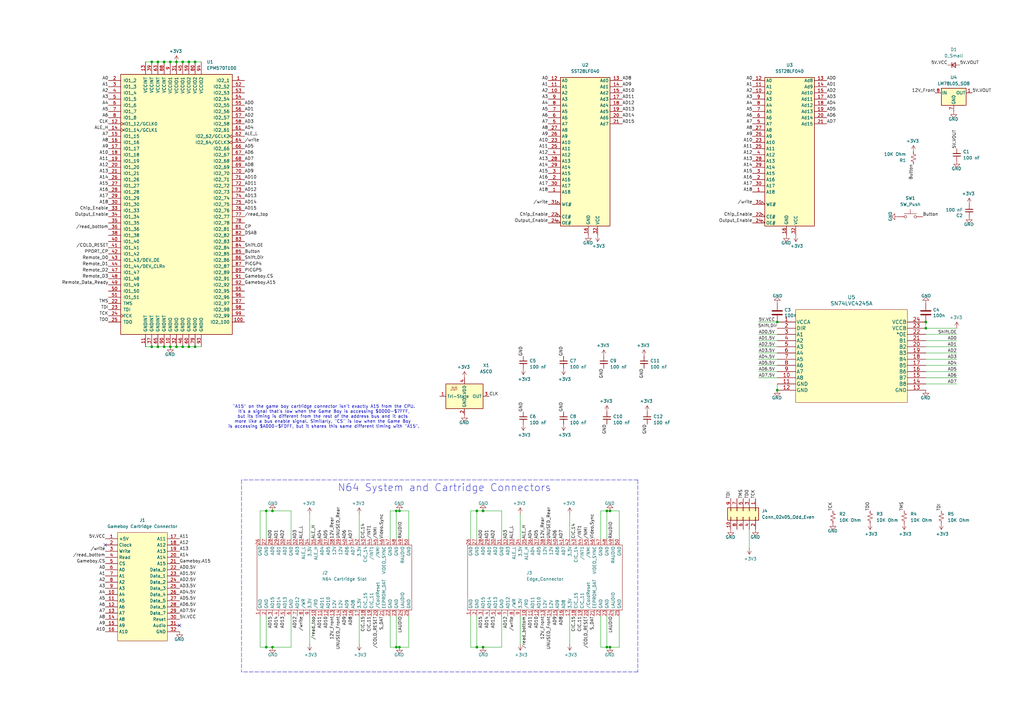
<source format=kicad_sch>
(kicad_sch (version 20231120) (generator "eeschema") (generator_version "8.0")
  (paper "A3")
  (lib_symbols
    (symbol "CPLD_Altera:EPM570T100" (pin_names (offset 1.016))
      (property "Reference" "U" (at 12.7 54.61 0))
      (property "Value" "EPM570T100" (at 12.7 -54.61 0))
      (symbol "EPM570T100_1_1"
        (pin bidirectional line (at 27.94 50.8 180) (length 5.08) (name "IO2_1") (number "1"))
        (pin power_in line (at -2.54 -58.42 90) (length 5.08) (name "GNDIO") (number "10"))
        (pin bidirectional line (at 27.94 -48.26 180) (length 5.08) (name "IO2_100") (number "100"))
        (pin power_in line (at -12.7 -58.42 90) (length 5.08) (name "GNDINT") (number "11"))
        (pin bidirectional clock (at -27.94 33.02 0) (length 5.08) (name "IO1_12/GCLK0") (number "12"))
        (pin power_in line (at -12.7 58.42 270) (length 5.08) (name "VCCINT") (number "13"))
        (pin bidirectional clock (at -27.94 30.48 0) (length 5.08) (name "IO1_14/GCLK1") (number "14"))
        (pin bidirectional line (at -27.94 27.94 0) (length 5.08) (name "IO1_15") (number "15"))
        (pin bidirectional line (at -27.94 25.4 0) (length 5.08) (name "IO1_16") (number "16"))
        (pin bidirectional line (at -27.94 22.86 0) (length 5.08) (name "IO1_17") (number "17"))
        (pin bidirectional line (at -27.94 20.32 0) (length 5.08) (name "IO1_18") (number "18"))
        (pin bidirectional line (at -27.94 17.78 0) (length 5.08) (name "IO1_19") (number "19"))
        (pin bidirectional line (at -27.94 50.8 0) (length 5.08) (name "IO1_2") (number "2"))
        (pin bidirectional line (at -27.94 15.24 0) (length 5.08) (name "IO1_20") (number "20"))
        (pin bidirectional line (at -27.94 12.7 0) (length 5.08) (name "IO1_21") (number "21"))
        (pin input line (at -27.94 -40.64 0) (length 5.08) (name "TMS") (number "22"))
        (pin input line (at -27.94 -43.18 0) (length 5.08) (name "TDI") (number "23"))
        (pin input clock (at -27.94 -45.72 0) (length 5.08) (name "TCK") (number "24"))
        (pin output line (at -27.94 -48.26 0) (length 5.08) (name "TDO") (number "25"))
        (pin bidirectional line (at -27.94 10.16 0) (length 5.08) (name "IO1_26") (number "26"))
        (pin bidirectional line (at -27.94 7.62 0) (length 5.08) (name "IO1_27") (number "27"))
        (pin bidirectional line (at -27.94 5.08 0) (length 5.08) (name "IO1_28") (number "28"))
        (pin bidirectional line (at -27.94 2.54 0) (length 5.08) (name "IO1_29") (number "29"))
        (pin bidirectional line (at -27.94 48.26 0) (length 5.08) (name "IO1_3") (number "3"))
        (pin bidirectional line (at -27.94 0 0) (length 5.08) (name "IO1_30") (number "30"))
        (pin power_in line (at 0 58.42 270) (length 5.08) (name "VCCIO1") (number "31"))
        (pin power_in line (at 0 -58.42 90) (length 5.08) (name "GNDIO") (number "32"))
        (pin bidirectional line (at -27.94 -2.54 0) (length 5.08) (name "IO1_33") (number "33"))
        (pin bidirectional line (at -27.94 -5.08 0) (length 5.08) (name "IO1_34") (number "34"))
        (pin bidirectional line (at -27.94 -7.62 0) (length 5.08) (name "IO1_35") (number "35"))
        (pin bidirectional line (at -27.94 -10.16 0) (length 5.08) (name "IO1_36") (number "36"))
        (pin power_in line (at -10.16 -58.42 90) (length 5.08) (name "GNDINT") (number "37"))
        (pin bidirectional line (at -27.94 -12.7 0) (length 5.08) (name "IO1_38") (number "38"))
        (pin power_in line (at -10.16 58.42 270) (length 5.08) (name "VCCINT") (number "39"))
        (pin bidirectional line (at -27.94 45.72 0) (length 5.08) (name "IO1_4") (number "4"))
        (pin bidirectional line (at -27.94 -15.24 0) (length 5.08) (name "IO1_40") (number "40"))
        (pin bidirectional line (at -27.94 -17.78 0) (length 5.08) (name "IO1_41") (number "41"))
        (pin bidirectional line (at -27.94 -20.32 0) (length 5.08) (name "IO1_42") (number "42"))
        (pin bidirectional line (at -27.94 -22.86 0) (length 5.08) (name "IO1_43/DEV_OE") (number "43"))
        (pin bidirectional line (at -27.94 -25.4 0) (length 5.08) (name "IO1_44/DEV_CLRn") (number "44"))
        (pin power_in line (at 2.54 58.42 270) (length 5.08) (name "VCCIO1") (number "45"))
        (pin power_in line (at 2.54 -58.42 90) (length 5.08) (name "GNDIO") (number "46"))
        (pin bidirectional line (at -27.94 -27.94 0) (length 5.08) (name "IO1_47") (number "47"))
        (pin bidirectional line (at -27.94 -30.48 0) (length 5.08) (name "IO1_48") (number "48"))
        (pin bidirectional line (at -27.94 -33.02 0) (length 5.08) (name "IO1_49") (number "49"))
        (pin bidirectional line (at -27.94 43.18 0) (length 5.08) (name "IO1_5") (number "5"))
        (pin bidirectional line (at -27.94 -35.56 0) (length 5.08) (name "IO1_50") (number "50"))
        (pin bidirectional line (at -27.94 -38.1 0) (length 5.08) (name "IO1_51") (number "51"))
        (pin bidirectional line (at 27.94 48.26 180) (length 5.08) (name "IO2_52") (number "52"))
        (pin bidirectional line (at 27.94 45.72 180) (length 5.08) (name "IO2_53") (number "53"))
        (pin bidirectional line (at 27.94 43.18 180) (length 5.08) (name "IO2_54") (number "54"))
        (pin bidirectional line (at 27.94 40.64 180) (length 5.08) (name "IO2_55") (number "55"))
        (pin bidirectional line (at 27.94 38.1 180) (length 5.08) (name "IO2_56") (number "56"))
        (pin bidirectional line (at 27.94 35.56 180) (length 5.08) (name "IO2_57") (number "57"))
        (pin bidirectional line (at 27.94 33.02 180) (length 5.08) (name "IO2_58") (number "58"))
        (pin power_in line (at 5.08 58.42 270) (length 5.08) (name "VCCIO2") (number "59"))
        (pin bidirectional line (at -27.94 40.64 0) (length 5.08) (name "IO1_6") (number "6"))
        (pin power_in line (at 5.08 -58.42 90) (length 5.08) (name "GNDIO") (number "60"))
        (pin bidirectional line (at 27.94 30.48 180) (length 5.08) (name "IO2_61") (number "61"))
        (pin bidirectional clock (at 27.94 27.94 180) (length 5.08) (name "IO2_62/GCLK2") (number "62"))
        (pin power_in line (at -7.62 58.42 270) (length 5.08) (name "VCCINT") (number "63"))
        (pin bidirectional clock (at 27.94 25.4 180) (length 5.08) (name "IO2_64/GCLK3") (number "64"))
        (pin power_in line (at -7.62 -58.42 90) (length 5.08) (name "GNDINT") (number "65"))
        (pin bidirectional line (at 27.94 22.86 180) (length 5.08) (name "IO2_66") (number "66"))
        (pin bidirectional line (at 27.94 20.32 180) (length 5.08) (name "IO2_67") (number "67"))
        (pin bidirectional line (at 27.94 17.78 180) (length 5.08) (name "IO2_68") (number "68"))
        (pin bidirectional line (at 27.94 15.24 180) (length 5.08) (name "IO2_69") (number "69"))
        (pin bidirectional line (at -27.94 38.1 0) (length 5.08) (name "IO1_7") (number "7"))
        (pin bidirectional line (at 27.94 12.7 180) (length 5.08) (name "IO2_70") (number "70"))
        (pin bidirectional line (at 27.94 10.16 180) (length 5.08) (name "IO2_71") (number "71"))
        (pin bidirectional line (at 27.94 7.62 180) (length 5.08) (name "IO2_72") (number "72"))
        (pin bidirectional line (at 27.94 5.08 180) (length 5.08) (name "IO2_73") (number "73"))
        (pin bidirectional line (at 27.94 2.54 180) (length 5.08) (name "IO2_74") (number "74"))
        (pin bidirectional line (at 27.94 0 180) (length 5.08) (name "IO2_75") (number "75"))
        (pin bidirectional line (at 27.94 -2.54 180) (length 5.08) (name "IO2_76") (number "76"))
        (pin bidirectional line (at 27.94 -5.08 180) (length 5.08) (name "IO2_77") (number "77"))
        (pin bidirectional line (at 27.94 -7.62 180) (length 5.08) (name "IO2_78") (number "78"))
        (pin power_in line (at 7.62 -58.42 90) (length 5.08) (name "GNDIO") (number "79"))
        (pin bidirectional line (at -27.94 35.56 0) (length 5.08) (name "IO1_8") (number "8"))
        (pin power_in line (at 7.62 58.42 270) (length 5.08) (name "VCCIO2") (number "80"))
        (pin bidirectional line (at 27.94 -10.16 180) (length 5.08) (name "IO2_81") (number "81"))
        (pin bidirectional line (at 27.94 -12.7 180) (length 5.08) (name "IO2_82") (number "82"))
        (pin bidirectional line (at 27.94 -15.24 180) (length 5.08) (name "IO2_83") (number "83"))
        (pin bidirectional line (at 27.94 -17.78 180) (length 5.08) (name "IO2_84") (number "84"))
        (pin bidirectional line (at 27.94 -20.32 180) (length 5.08) (name "IO2_85") (number "85"))
        (pin bidirectional line (at 27.94 -22.86 180) (length 5.08) (name "IO2_86") (number "86"))
        (pin bidirectional line (at 27.94 -25.4 180) (length 5.08) (name "IO2_87") (number "87"))
        (pin power_in line (at -5.08 58.42 270) (length 5.08) (name "VCCINT") (number "88"))
        (pin bidirectional line (at 27.94 -27.94 180) (length 5.08) (name "IO2_89") (number "89"))
        (pin power_in line (at -2.54 58.42 270) (length 5.08) (name "VCCIO1") (number "9"))
        (pin power_in line (at -5.08 -58.42 90) (length 5.08) (name "GNDINT") (number "90"))
        (pin bidirectional line (at 27.94 -30.48 180) (length 5.08) (name "IO2_91") (number "91"))
        (pin bidirectional line (at 27.94 -33.02 180) (length 5.08) (name "IO2_92") (number "92"))
        (pin power_in line (at 10.16 -58.42 90) (length 5.08) (name "GNDIO") (number "93"))
        (pin power_in line (at 10.16 58.42 270) (length 5.08) (name "VCCIO2") (number "94"))
        (pin bidirectional line (at 27.94 -35.56 180) (length 5.08) (name "IO2_95") (number "95"))
        (pin bidirectional line (at 27.94 -38.1 180) (length 5.08) (name "IO2_96") (number "96"))
        (pin bidirectional line (at 27.94 -40.64 180) (length 5.08) (name "IO2_97") (number "97"))
        (pin bidirectional line (at 27.94 -43.18 180) (length 5.08) (name "IO2_98") (number "98"))
        (pin bidirectional line (at 27.94 -45.72 180) (length 5.08) (name "IO2_99") (number "99"))
      )
    )
    (symbol "Connector_Generic:Conn_02x05_Odd_Even" (pin_names (offset 1.016) hide)
      (property "Reference" "J" (at 1.27 7.62 0))
      (property "Value" "Conn_02x05_Odd_Even" (at 1.27 -7.62 0))
      (symbol "Conn_02x05_Odd_Even_1_1"
        (pin passive line (at -5.08 5.08 0) (length 3.81) (name "Pin_1") (number "1"))
        (pin passive line (at 7.62 -5.08 180) (length 3.81) (name "Pin_10") (number "10"))
        (pin passive line (at 7.62 5.08 180) (length 3.81) (name "Pin_2") (number "2"))
        (pin passive line (at -5.08 2.54 0) (length 3.81) (name "Pin_3") (number "3"))
        (pin passive line (at 7.62 2.54 180) (length 3.81) (name "Pin_4") (number "4"))
        (pin passive line (at -5.08 0 0) (length 3.81) (name "Pin_5") (number "5"))
        (pin passive line (at 7.62 0 180) (length 3.81) (name "Pin_6") (number "6"))
        (pin passive line (at -5.08 -2.54 0) (length 3.81) (name "Pin_7") (number "7"))
        (pin passive line (at 7.62 -2.54 180) (length 3.81) (name "Pin_8") (number "8"))
        (pin passive line (at -5.08 -5.08 0) (length 3.81) (name "Pin_9") (number "9"))
      )
    )
    (symbol "Custom_Flash:SST28LF040"
      (property "Reference" "U1" (at 0 38.1 0))
      (property "Value" "SST28LF040" (at 0 35.56 0))
      (symbol "SST28LF040_1_1"
        (pin input line (at -15.24 -15.24 0) (length 5.08) (name "A18") (number "1"))
        (pin input line (at -15.24 25.4 0) (length 5.08) (name "A2") (number "10"))
        (pin input line (at -15.24 27.94 0) (length 5.08) (name "A1") (number "11"))
        (pin input line (at -15.24 30.48 0) (length 5.08) (name "A0") (number "12"))
        (pin tri_state line (at 15.24 30.48 180) (length 5.08) (name "Ad0") (number "13"))
        (pin tri_state line (at 15.24 27.94 180) (length 5.08) (name "Ad1") (number "14"))
        (pin tri_state line (at 15.24 25.4 180) (length 5.08) (name "Ad2") (number "15"))
        (pin power_in line (at 1.27 -33.02 90) (length 3.81) (name "GND") (number "16"))
        (pin tri_state line (at 15.24 22.86 180) (length 5.08) (name "Ad3") (number "17"))
        (pin tri_state line (at 15.24 20.32 180) (length 5.08) (name "Ad4") (number "18"))
        (pin tri_state line (at 15.24 17.78 180) (length 5.08) (name "Ad5") (number "19"))
        (pin input line (at -15.24 -10.16 0) (length 5.08) (name "A16") (number "2"))
        (pin tri_state line (at 15.24 15.24 180) (length 5.08) (name "Ad6") (number "20"))
        (pin tri_state line (at 15.24 12.7 180) (length 5.08) (name "Ad7") (number "21"))
        (pin input input_low (at -15.24 -25.4 0) (length 5.08) (name "CE#") (number "22"))
        (pin input line (at -15.24 5.08 0) (length 5.08) (name "A10") (number "23"))
        (pin input input_low (at -15.24 -27.94 0) (length 5.08) (name "OE#") (number "24"))
        (pin input line (at -15.24 2.54 0) (length 5.08) (name "A11") (number "25"))
        (pin input line (at -15.24 7.62 0) (length 5.08) (name "A9") (number "26"))
        (pin input line (at -15.24 10.16 0) (length 5.08) (name "A8") (number "27"))
        (pin input line (at -15.24 -2.54 0) (length 5.08) (name "A13") (number "28"))
        (pin input line (at -15.24 -5.08 0) (length 5.08) (name "A14") (number "29"))
        (pin input line (at -15.24 -7.62 0) (length 5.08) (name "A15") (number "3"))
        (pin input line (at -15.24 -12.7 0) (length 5.08) (name "A17") (number "30"))
        (pin input input_low (at -15.24 -20.32 0) (length 5.08) (name "WE#") (number "31"))
        (pin power_in line (at 5.08 -33.02 90) (length 3.81) (name "VCC") (number "32"))
        (pin input line (at -15.24 0 0) (length 5.08) (name "A12") (number "4"))
        (pin input line (at -15.24 12.7 0) (length 5.08) (name "A7") (number "5"))
        (pin input line (at -15.24 15.24 0) (length 5.08) (name "A6") (number "6"))
        (pin input line (at -15.24 17.78 0) (length 5.08) (name "A5") (number "7"))
        (pin input line (at -15.24 20.32 0) (length 5.08) (name "A4") (number "8"))
        (pin input line (at -15.24 22.86 0) (length 5.08) (name "A3") (number "9"))
      )
    )
    (symbol "Device:C" (pin_numbers hide) (pin_names (offset 0.254))
      (property "Reference" "C" (at 0.635 2.54 0))
      (property "Value" "C" (at 0.635 -2.54 0))
      (symbol "C_1_1"
        (pin passive line (at 0 3.81 270) (length 2.794) (name "~") (number "1"))
        (pin passive line (at 0 -3.81 90) (length 2.794) (name "~") (number "2"))
      )
    )
    (symbol "Device:C_Small" (pin_numbers hide) (pin_names (offset 0.254) hide)
      (property "Reference" "C" (at 0.254 1.778 0))
      (property "Value" "C_Small" (at 0.254 -2.032 0))
      (symbol "C_Small_1_1"
        (pin passive line (at 0 2.54 270) (length 2.032) (name "~") (number "1"))
        (pin passive line (at 0 -2.54 90) (length 2.032) (name "~") (number "2"))
      )
    )
    (symbol "Device:D_Small" (pin_numbers hide) (pin_names (offset 0.254) hide)
      (property "Reference" "D" (at -1.27 2.032 0))
      (property "Value" "D_Small" (at -3.81 -2.032 0))
      (symbol "D_Small_1_1"
        (pin passive line (at -2.54 0 0) (length 1.778) (name "K") (number "1"))
        (pin passive line (at 2.54 0 180) (length 1.778) (name "A") (number "2"))
      )
    )
    (symbol "Device:R_Small_US" (pin_numbers hide) (pin_names (offset 0.254) hide)
      (property "Reference" "R" (at 0.762 0.508 0))
      (property "Value" "R_Small_US" (at 0.762 -1.016 0))
      (symbol "R_Small_US_1_1"
        (pin passive line (at 0 2.54 270) (length 1.016) (name "~") (number "1"))
        (pin passive line (at 0 -2.54 90) (length 1.016) (name "~") (number "2"))
      )
    )
    (symbol "Gameboy:Game_Edge_Connector"
      (property "Reference" "J6" (at 0 15.24 0))
      (property "Value" "Game_Edge_Connector" (at 0 12.7 0))
      (symbol "Game_Edge_Connector_1_1"
        (pin power_in line (at -15.24 7.62 0) (length 5.08) (name "+5V") (number "1"))
        (pin bidirectional line (at -15.24 -15.24 0) (length 5.08) (name "A4") (number "10"))
        (pin bidirectional line (at -15.24 -17.78 0) (length 5.08) (name "A5") (number "11"))
        (pin bidirectional line (at -15.24 -20.32 0) (length 5.08) (name "A6") (number "12"))
        (pin bidirectional line (at -15.24 -22.86 0) (length 5.08) (name "A7") (number "13"))
        (pin bidirectional line (at -15.24 -25.4 0) (length 5.08) (name "A8") (number "14"))
        (pin bidirectional line (at -15.24 -27.94 0) (length 5.08) (name "A9") (number "15"))
        (pin bidirectional line (at -15.24 -30.48 0) (length 5.08) (name "A10") (number "16"))
        (pin bidirectional line (at 15.24 7.62 180) (length 5.08) (name "A11") (number "17"))
        (pin bidirectional line (at 15.24 5.08 180) (length 5.08) (name "A12") (number "18"))
        (pin bidirectional line (at 15.24 2.54 180) (length 5.08) (name "A13") (number "19"))
        (pin bidirectional line (at -15.24 5.08 0) (length 5.08) (name "Clock") (number "2"))
        (pin bidirectional line (at 15.24 0 180) (length 5.08) (name "A14") (number "20"))
        (pin bidirectional line (at 15.24 -2.54 180) (length 5.08) (name "A15") (number "21"))
        (pin bidirectional line (at 15.24 -5.08 180) (length 5.08) (name "Data_0") (number "22"))
        (pin bidirectional line (at 15.24 -7.62 180) (length 5.08) (name "Data_1") (number "23"))
        (pin bidirectional line (at 15.24 -10.16 180) (length 5.08) (name "Data_2") (number "24"))
        (pin bidirectional line (at 15.24 -12.7 180) (length 5.08) (name "Data_3") (number "25"))
        (pin bidirectional line (at 15.24 -15.24 180) (length 5.08) (name "Data_4") (number "26"))
        (pin bidirectional line (at 15.24 -17.78 180) (length 5.08) (name "Data_5") (number "27"))
        (pin bidirectional line (at 15.24 -20.32 180) (length 5.08) (name "Data_6") (number "28"))
        (pin bidirectional line (at 15.24 -22.86 180) (length 5.08) (name "Data_7") (number "29"))
        (pin bidirectional line (at -15.24 2.54 0) (length 5.08) (name "Write") (number "3"))
        (pin bidirectional line (at 15.24 -25.4 180) (length 5.08) (name "Reset") (number "30"))
        (pin bidirectional line (at 15.24 -27.94 180) (length 5.08) (name "Audio") (number "31"))
        (pin bidirectional line (at 15.24 -30.48 180) (length 5.08) (name "GND") (number "32"))
        (pin bidirectional line (at -15.24 0 0) (length 5.08) (name "Read") (number "4"))
        (pin bidirectional line (at -15.24 -2.54 0) (length 5.08) (name "CS") (number "5"))
        (pin bidirectional line (at -15.24 -5.08 0) (length 5.08) (name "A0") (number "6"))
        (pin bidirectional line (at -15.24 -7.62 0) (length 5.08) (name "A1") (number "7"))
        (pin bidirectional line (at -15.24 -10.16 0) (length 5.08) (name "A2") (number "8"))
        (pin bidirectional line (at -15.24 -12.7 0) (length 5.08) (name "A3") (number "9"))
      )
    )
    (symbol "N64:Edge_Connector"
      (property "Reference" "U" (at 0 2.54 0))
      (property "Value" "Edge_Connector" (at 0 0 0))
      (symbol "Edge_Connector_1_1"
        (pin power_out line (at -31.75 -15.24 90) (length 2.54) (name "GND") (number "1"))
        (pin output line (at -8.89 -15.24 90) (length 2.54) (name "/RD") (number "10"))
        (pin bidirectional line (at -6.35 -15.24 90) (length 2.54) (name "AD11") (number "11"))
        (pin bidirectional line (at -3.81 -15.24 90) (length 2.54) (name "AD10") (number "12"))
        (pin power_out line (at -1.27 -15.24 90) (length 2.54) (name "12V") (number "13"))
        (pin power_out line (at 1.27 -15.24 90) (length 2.54) (name "12V") (number "14"))
        (pin bidirectional line (at 3.81 -15.24 90) (length 2.54) (name "AD9") (number "15"))
        (pin bidirectional line (at 6.35 -15.24 90) (length 2.54) (name "AD8") (number "16"))
        (pin power_out line (at 8.89 -15.24 90) (length 2.54) (name "3.3V") (number "17"))
        (pin bidirectional line (at 11.43 -15.24 90) (length 2.54) (name "CIC_15") (number "18"))
        (pin bidirectional line (at 13.97 -15.24 90) (length 2.54) (name "CIC_11") (number "19"))
        (pin power_out line (at -29.21 -15.24 90) (length 2.54) (name "GND") (number "2"))
        (pin bidirectional line (at 16.51 -15.24 90) (length 2.54) (name "/ColdReset") (number "20"))
        (pin bidirectional line (at 19.05 -15.24 90) (length 2.54) (name "EEPROM_DAT") (number "21"))
        (pin power_out line (at 21.59 -15.24 90) (length 2.54) (name "GND") (number "22"))
        (pin power_out line (at 24.13 -15.24 90) (length 2.54) (name "GND") (number "23"))
        (pin bidirectional line (at 26.67 -15.24 90) (length 2.54) (name "LAUDIO") (number "24"))
        (pin power_out line (at 29.21 -15.24 90) (length 2.54) (name "GND") (number "25"))
        (pin power_out line (at -31.75 16.51 270) (length 2.54) (name "GND") (number "26"))
        (pin power_out line (at -29.21 16.51 270) (length 2.54) (name "GND") (number "27"))
        (pin bidirectional line (at -26.67 16.51 270) (length 2.54) (name "AD0") (number "28"))
        (pin bidirectional line (at -24.13 16.51 270) (length 2.54) (name "AD1") (number "29"))
        (pin bidirectional line (at -26.67 -15.24 90) (length 2.54) (name "AD15") (number "3"))
        (pin bidirectional line (at -21.59 16.51 270) (length 2.54) (name "AD2") (number "30"))
        (pin power_out line (at -19.05 16.51 270) (length 2.54) (name "GND") (number "31"))
        (pin bidirectional line (at -16.51 16.51 270) (length 2.54) (name "AD3") (number "32"))
        (pin output line (at -13.97 16.51 270) (length 2.54) (name "ALE_L") (number "33"))
        (pin power_out line (at -11.43 16.51 270) (length 2.54) (name "3.3V") (number "34"))
        (pin output line (at -8.89 16.51 270) (length 2.54) (name "ALE_H") (number "35"))
        (pin bidirectional line (at -6.35 16.51 270) (length 2.54) (name "AD4") (number "36"))
        (pin bidirectional line (at -3.81 16.51 270) (length 2.54) (name "AD5") (number "37"))
        (pin power_out line (at -1.27 16.51 270) (length 2.54) (name "12V") (number "38"))
        (pin power_out line (at 1.27 16.51 270) (length 2.54) (name "12V") (number "39"))
        (pin bidirectional line (at -24.13 -15.24 90) (length 2.54) (name "AD14") (number "4"))
        (pin bidirectional line (at 3.81 16.51 270) (length 2.54) (name "AD6") (number "40"))
        (pin bidirectional line (at 6.35 16.51 270) (length 2.54) (name "AD7") (number "41"))
        (pin bidirectional line (at 8.89 16.51 270) (length 2.54) (name "3.3V") (number "42"))
        (pin bidirectional line (at 11.43 16.51 270) (length 2.54) (name "CIC_14") (number "43"))
        (pin bidirectional line (at 13.97 16.51 270) (length 2.54) (name "/INT1") (number "44"))
        (pin bidirectional line (at 16.51 16.51 270) (length 2.54) (name "/NMI") (number "45"))
        (pin bidirectional line (at 19.05 16.51 270) (length 2.54) (name "VIDEO_SYNC") (number "46"))
        (pin power_out line (at 21.59 16.51 270) (length 2.54) (name "GND") (number "47"))
        (pin power_out line (at 24.13 16.51 270) (length 2.54) (name "GND") (number "48"))
        (pin bidirectional line (at 26.67 16.51 270) (length 2.54) (name "RAUDIO") (number "49"))
        (pin bidirectional line (at -21.59 -15.24 90) (length 2.54) (name "AD13") (number "5"))
        (pin power_out line (at 29.21 16.51 270) (length 2.54) (name "GND") (number "50"))
        (pin power_out line (at -19.05 -15.24 90) (length 2.54) (name "GND") (number "6"))
        (pin bidirectional line (at -16.51 -15.24 90) (length 2.54) (name "AD12") (number "7"))
        (pin output line (at -13.97 -15.24 90) (length 2.54) (name "/WR") (number "8"))
        (pin power_out line (at -11.43 -15.24 90) (length 2.54) (name "3.3V") (number "9"))
      )
    )
    (symbol "Oscillator:ASCO"
      (property "Reference" "X" (at -7.62 6.35 0))
      (property "Value" "ASCO" (at 1.27 -6.35 0))
      (symbol "ASCO_1_1"
        (pin input line (at -10.16 0 0) (length 2.54) (name "Tri-State") (number "1"))
        (pin power_in line (at 0 -7.62 90) (length 2.54) (name "GND") (number "2"))
        (pin output line (at 10.16 0 180) (length 2.54) (name "OUT") (number "3"))
        (pin power_in line (at 0 7.62 270) (length 2.54) (name "VDD") (number "4"))
      )
    )
    (symbol "Regulator_Linear:LM78L05_SO8" (pin_names (offset 0.254))
      (property "Reference" "U" (at -3.81 3.175 0))
      (property "Value" "LM78L05_SO8" (at 0 3.175 0))
      (symbol "LM78L05_SO8_1_1"
        (pin power_out line (at 7.62 0 180) (length 2.54) (name "OUT") (number "1"))
        (pin passive line (at 0 -7.62 90) (length 2.54) hide (name "GND") (number "2"))
        (pin passive line (at 0 -7.62 90) (length 2.54) hide (name "GND") (number "3"))
        (pin no_connect line (at -5.08 -2.54 0) (length 2.54) hide (name "NC") (number "4"))
        (pin no_connect line (at 5.08 -2.54 180) (length 2.54) hide (name "NC") (number "5"))
        (pin passive line (at 0 -7.62 90) (length 2.54) hide (name "GND") (number "6"))
        (pin power_in line (at 0 -7.62 90) (length 2.54) (name "GND") (number "7"))
        (pin power_in line (at -7.62 0 0) (length 2.54) (name "IN") (number "8"))
      )
    )
    (symbol "SST28LF040_1"
      (property "Reference" "U2" (at 0 38.1 0))
      (property "Value" "SST28LF040" (at 0 35.56 0))
      (symbol "SST28LF040_1_1_1"
        (pin input line (at -15.24 -15.24 0) (length 5.08) (name "A18") (number "1"))
        (pin input line (at -15.24 25.4 0) (length 5.08) (name "A2") (number "10"))
        (pin input line (at -15.24 27.94 0) (length 5.08) (name "A1") (number "11"))
        (pin input line (at -15.24 30.48 0) (length 5.08) (name "A0") (number "12"))
        (pin tri_state line (at 15.24 30.48 180) (length 5.08) (name "Ad8") (number "13"))
        (pin tri_state line (at 15.24 27.94 180) (length 5.08) (name "Ad9") (number "14"))
        (pin tri_state line (at 15.24 25.4 180) (length 5.08) (name "Ad10") (number "15"))
        (pin power_in line (at -1.27 -33.02 90) (length 3.81) (name "GND") (number "16"))
        (pin tri_state line (at 15.24 22.86 180) (length 5.08) (name "Ad11") (number "17"))
        (pin tri_state line (at 15.24 20.32 180) (length 5.08) (name "Ad12") (number "18"))
        (pin tri_state line (at 15.24 17.78 180) (length 5.08) (name "Ad13") (number "19"))
        (pin input line (at -15.24 -10.16 0) (length 5.08) (name "A16") (number "2"))
        (pin tri_state line (at 15.24 15.24 180) (length 5.08) (name "Ad14") (number "20"))
        (pin tri_state line (at 15.24 12.7 180) (length 5.08) (name "Ad15") (number "21"))
        (pin input input_low (at -15.24 -25.4 0) (length 5.08) (name "CE#") (number "22"))
        (pin input line (at -15.24 5.08 0) (length 5.08) (name "A10") (number "23"))
        (pin input input_low (at -15.24 -27.94 0) (length 5.08) (name "OE#") (number "24"))
        (pin input line (at -15.24 2.54 0) (length 5.08) (name "A11") (number "25"))
        (pin input line (at -15.24 7.62 0) (length 5.08) (name "A9") (number "26"))
        (pin input line (at -15.24 10.16 0) (length 5.08) (name "A8") (number "27"))
        (pin input line (at -15.24 -2.54 0) (length 5.08) (name "A13") (number "28"))
        (pin input line (at -15.24 -5.08 0) (length 5.08) (name "A14") (number "29"))
        (pin input line (at -15.24 -7.62 0) (length 5.08) (name "A15") (number "3"))
        (pin input line (at -15.24 -12.7 0) (length 5.08) (name "A17") (number "30"))
        (pin input input_low (at -15.24 -20.32 0) (length 5.08) (name "WE#") (number "31"))
        (pin power_in line (at 2.54 -33.02 90) (length 3.81) (name "VCC") (number "32"))
        (pin input line (at -15.24 0 0) (length 5.08) (name "A12") (number "4"))
        (pin input line (at -15.24 12.7 0) (length 5.08) (name "A7") (number "5"))
        (pin input line (at -15.24 15.24 0) (length 5.08) (name "A6") (number "6"))
        (pin input line (at -15.24 17.78 0) (length 5.08) (name "A5") (number "7"))
        (pin input line (at -15.24 20.32 0) (length 5.08) (name "A4") (number "8"))
        (pin input line (at -15.24 22.86 0) (length 5.08) (name "A3") (number "9"))
      )
    )
    (symbol "Sega Pro Altera:SN74LVC4245APWR_3" (pin_names (offset 0.254))
      (property "Reference" "U**" (at 30.48 10.16 0))
      (property "Value" "SN74LVC4245A" (at 30.48 7.62 0))
      (symbol "SN74LVC4245APWR_3_1_1"
        (pin power_in line (at 0 0 0) (length 7.62) (name "VCCA") (number "1"))
        (pin bidirectional line (at 0 -22.86 0) (length 7.62) (name "A8") (number "10"))
        (pin power_in line (at 0 -25.4 0) (length 7.62) (name "GND") (number "11"))
        (pin power_in line (at 0 -27.94 0) (length 7.62) (name "GND") (number "12"))
        (pin power_in line (at 60.96 -27.94 180) (length 7.62) (name "GND") (number "13"))
        (pin bidirectional line (at 60.96 -25.4 180) (length 7.62) (name "B8") (number "14"))
        (pin bidirectional line (at 60.96 -22.86 180) (length 7.62) (name "B7") (number "15"))
        (pin bidirectional line (at 60.96 -20.32 180) (length 7.62) (name "B6") (number "16"))
        (pin bidirectional line (at 60.96 -17.78 180) (length 7.62) (name "B5") (number "17"))
        (pin bidirectional line (at 60.96 -15.24 180) (length 7.62) (name "B4") (number "18"))
        (pin bidirectional line (at 60.96 -12.7 180) (length 7.62) (name "B3") (number "19"))
        (pin input line (at 0 -2.54 0) (length 7.62) (name "DIR") (number "2"))
        (pin bidirectional line (at 60.96 -10.16 180) (length 7.62) (name "B2") (number "20"))
        (pin bidirectional line (at 60.96 -7.62 180) (length 7.62) (name "B1") (number "21"))
        (pin input line (at 60.96 -5.08 180) (length 7.62) (name "*OE") (number "22"))
        (pin power_in line (at 60.96 -2.54 180) (length 7.62) (name "VCCB") (number "23"))
        (pin power_in line (at 60.96 0 180) (length 7.62) (name "VCCB") (number "24"))
        (pin bidirectional line (at 0 -5.08 0) (length 7.62) (name "A1") (number "3"))
        (pin bidirectional line (at 0 -7.62 0) (length 7.62) (name "A2") (number "4"))
        (pin bidirectional line (at 0 -10.16 0) (length 7.62) (name "A3") (number "5"))
        (pin bidirectional line (at 0 -12.7 0) (length 7.62) (name "A4") (number "6"))
        (pin bidirectional line (at 0 -15.24 0) (length 7.62) (name "A5") (number "7"))
        (pin bidirectional line (at 0 -17.78 0) (length 7.62) (name "A6") (number "8"))
        (pin bidirectional line (at 0 -20.32 0) (length 7.62) (name "A7") (number "9"))
      )
    )
    (symbol "Switch:SW_Push" (pin_numbers hide) (pin_names (offset 1.016) hide)
      (property "Reference" "SW" (at 1.27 2.54 0))
      (property "Value" "SW_Push" (at 0 -1.524 0))
      (symbol "SW_Push_0_1"
        (pin passive line (at -5.08 0 0) (length 2.54) (name "1") (number "1"))
        (pin passive line (at 5.08 0 180) (length 2.54) (name "2") (number "2"))
      )
    )
    (symbol "power:+3V3" (power) (pin_names (offset 0))
      (property "Value" "+3V3" (at 0 3.556 0))
      (symbol "+3V3_1_1"
        (pin power_in line (at 0 0 90) (length 0) hide (name "+3V3") (number "1"))
      )
    )
    (symbol "power:GND" (power) (pin_names (offset 0))
      (property "Value" "GND" (at 0 -3.81 0))
      (symbol "GND_1_1"
        (pin power_in line (at 0 0 270) (length 0) hide (name "GND") (number "1"))
      )
    )
  )
  (junction (at 111.76 209.55))
  (junction (at 67.31 142.24))
  (junction (at 163.83 265.43))
  (junction (at 198.12 265.43))
  (junction (at 72.39 142.24))
  (junction (at 162.56 209.55))
  (junction (at 74.93 25.4))
  (junction (at 162.56 265.43))
  (junction (at 74.93 142.24))
  (junction (at 379.73 132.08))
  (junction (at 62.23 25.4))
  (junction (at 111.76 265.43))
  (junction (at 77.47 25.4))
  (junction (at 109.22 265.43))
  (junction (at 72.39 25.4))
  (junction (at 80.01 142.24))
  (junction (at 64.77 25.4))
  (junction (at 163.83 209.55))
  (junction (at 67.31 25.4))
  (junction (at 77.47 142.24))
  (junction (at 318.77 160.02))
  (junction (at 64.77 142.24))
  (junction (at 318.77 132.08))
  (junction (at 69.85 25.4))
  (junction (at 109.22 209.55))
  (junction (at 195.58 209.55))
  (junction (at 62.23 142.24))
  (junction (at 250.19 265.43))
  (junction (at 248.92 209.55))
  (junction (at 195.58 265.43))
  (junction (at 69.85 142.24))
  (junction (at 80.01 25.4))
  (junction (at 198.12 209.55))
  (junction (at 248.92 265.43))
  (junction (at 379.73 134.62))
  (junction (at 250.19 209.55))
  (no_connect (at 73.66 256.54))
  (no_connect (at 43.18 223.52))
  (wire (pts (xy 250.19 209.55) (xy 254 209.55)))
  (wire (pts (xy 392.43 147.32) (xy 379.73 147.32)))
  (wire (pts (xy 392.43 149.86) (xy 379.73 149.86)))
  (wire (pts (xy 379.73 137.16) (xy 392.43 137.16)))
  (wire (pts (xy 311.15 149.86) (xy 318.77 149.86)))
  (wire (pts (xy 307.34 217.17) (xy 307.34 224.79)))
  (wire (pts (xy 62.23 142.24) (xy 64.77 142.24)))
  (wire (pts (xy 109.22 209.55) (xy 111.76 209.55)))
  (wire (pts (xy 72.39 142.24) (xy 74.93 142.24)))
  (wire (pts (xy 163.83 209.55) (xy 167.64 209.55)))
  (wire (pts (xy 106.68 209.55) (xy 109.22 209.55)))
  (wire (pts (xy 311.15 137.16) (xy 318.77 137.16)))
  (wire (pts (xy 193.04 265.43) (xy 195.58 265.43)))
  (polyline (pts (xy 261.62 196.85) (xy 261.62 275.59)) (stroke (width 0) (type dash)))
  (wire (pts (xy 246.38 265.43) (xy 248.92 265.43)))
  (wire (pts (xy 74.93 25.4) (xy 77.47 25.4)))
  (polyline (pts (xy 99.06 196.85) (xy 99.06 275.59)) (stroke (width 0) (type dash)))
  (wire (pts (xy 162.56 252.73) (xy 162.56 265.43)))
  (wire (pts (xy 193.04 265.43) (xy 193.04 252.73)))
  (wire (pts (xy 160.02 252.73) (xy 160.02 265.43)))
  (wire (pts (xy 246.38 220.98) (xy 246.38 209.55)))
  (wire (pts (xy 379.73 134.62) (xy 392.43 134.62)))
  (wire (pts (xy 72.39 25.4) (xy 74.93 25.4)))
  (wire (pts (xy 311.15 147.32) (xy 318.77 147.32)))
  (wire (pts (xy 246.38 252.73) (xy 246.38 265.43)))
  (wire (pts (xy 67.31 25.4) (xy 69.85 25.4)))
  (wire (pts (xy 106.68 265.43) (xy 109.22 265.43)))
  (wire (pts (xy 59.69 25.4) (xy 62.23 25.4)))
  (wire (pts (xy 250.19 265.43) (xy 254 265.43)))
  (polyline (pts (xy 261.62 196.85) (xy 99.06 196.85)) (stroke (width 0) (type dash)))
  (wire (pts (xy 392.43 139.7) (xy 379.73 139.7)))
  (wire (pts (xy 80.01 25.4) (xy 82.55 25.4)))
  (wire (pts (xy 109.22 252.73) (xy 109.22 265.43)))
  (wire (pts (xy 311.15 139.7) (xy 318.77 139.7)))
  (wire (pts (xy 248.92 265.43) (xy 250.19 265.43)))
  (wire (pts (xy 195.58 265.43) (xy 198.12 265.43)))
  (wire (pts (xy 311.15 142.24) (xy 318.77 142.24)))
  (wire (pts (xy 213.36 252.73) (xy 213.36 264.16)))
  (wire (pts (xy 193.04 209.55) (xy 195.58 209.55)))
  (wire (pts (xy 69.85 142.24) (xy 72.39 142.24)))
  (wire (pts (xy 195.58 252.73) (xy 195.58 265.43)))
  (wire (pts (xy 233.68 210.82) (xy 233.68 220.98)))
  (wire (pts (xy 248.92 252.73) (xy 248.92 265.43)))
  (wire (pts (xy 254 252.73) (xy 254 265.43)))
  (wire (pts (xy 254 220.98) (xy 254 209.55)))
  (wire (pts (xy 311.15 152.4) (xy 318.77 152.4)))
  (wire (pts (xy 392.43 157.48) (xy 379.73 157.48)))
  (wire (pts (xy 64.77 142.24) (xy 67.31 142.24)))
  (wire (pts (xy 74.93 142.24) (xy 77.47 142.24)))
  (wire (pts (xy 311.15 144.78) (xy 318.77 144.78)))
  (wire (pts (xy 392.43 142.24) (xy 379.73 142.24)))
  (wire (pts (xy 109.22 265.43) (xy 111.76 265.43)))
  (wire (pts (xy 311.15 154.94) (xy 318.77 154.94)))
  (wire (pts (xy 77.47 25.4) (xy 80.01 25.4)))
  (wire (pts (xy 160.02 220.98) (xy 160.02 209.55)))
  (wire (pts (xy 195.58 209.55) (xy 198.12 209.55)))
  (wire (pts (xy 167.64 220.98) (xy 167.64 209.55)))
  (wire (pts (xy 77.47 142.24) (xy 80.01 142.24)))
  (wire (pts (xy 106.68 265.43) (xy 106.68 252.73)))
  (wire (pts (xy 80.01 142.24) (xy 82.55 142.24)))
  (wire (pts (xy 248.92 209.55) (xy 250.19 209.55)))
  (wire (pts (xy 111.76 265.43) (xy 119.38 265.43)))
  (wire (pts (xy 160.02 209.55) (xy 162.56 209.55)))
  (wire (pts (xy 198.12 265.43) (xy 205.74 265.43)))
  (wire (pts (xy 195.58 209.55) (xy 195.58 220.98)))
  (polyline (pts (xy 261.62 275.59) (xy 99.06 275.59)) (stroke (width 0) (type dash)))
  (wire (pts (xy 147.32 210.82) (xy 147.32 220.98)))
  (wire (pts (xy 193.04 209.55) (xy 193.04 220.98)))
  (wire (pts (xy 392.43 154.94) (xy 379.73 154.94)))
  (wire (pts (xy 64.77 25.4) (xy 67.31 25.4)))
  (wire (pts (xy 248.92 220.98) (xy 248.92 209.55)))
  (wire (pts (xy 162.56 265.43) (xy 163.83 265.43)))
  (wire (pts (xy 106.68 209.55) (xy 106.68 220.98)))
  (wire (pts (xy 205.74 265.43) (xy 205.74 252.73)))
  (wire (pts (xy 233.68 252.73) (xy 233.68 264.16)))
  (wire (pts (xy 109.22 209.55) (xy 109.22 220.98)))
  (wire (pts (xy 162.56 209.55) (xy 163.83 209.55)))
  (wire (pts (xy 311.15 132.08) (xy 318.77 132.08)))
  (wire (pts (xy 111.76 209.55) (xy 119.38 209.55)))
  (wire (pts (xy 119.38 265.43) (xy 119.38 252.73)))
  (wire (pts (xy 127 220.98) (xy 127 210.82)))
  (wire (pts (xy 59.69 142.24) (xy 62.23 142.24)))
  (wire (pts (xy 318.77 157.48) (xy 318.77 160.02)))
  (wire (pts (xy 160.02 265.43) (xy 162.56 265.43)))
  (wire (pts (xy 392.43 144.78) (xy 379.73 144.78)))
  (wire (pts (xy 213.36 220.98) (xy 213.36 210.82)))
  (wire (pts (xy 119.38 209.55) (xy 119.38 220.98)))
  (wire (pts (xy 205.74 209.55) (xy 205.74 220.98)))
  (wire (pts (xy 162.56 220.98) (xy 162.56 209.55)))
  (wire (pts (xy 147.32 252.73) (xy 147.32 264.16)))
  (wire (pts (xy 163.83 265.43) (xy 167.64 265.43)))
  (wire (pts (xy 62.23 25.4) (xy 64.77 25.4)))
  (wire (pts (xy 67.31 142.24) (xy 69.85 142.24)))
  (wire (pts (xy 198.12 209.55) (xy 205.74 209.55)))
  (wire (pts (xy 379.73 132.08) (xy 379.73 134.62)))
  (wire (pts (xy 392.43 152.4) (xy 379.73 152.4)))
  (wire (pts (xy 246.38 209.55) (xy 248.92 209.55)))
  (wire (pts (xy 167.64 252.73) (xy 167.64 265.43)))
  (wire (pts (xy 69.85 25.4) (xy 72.39 25.4)))
  (wire (pts (xy 127 252.73) (xy 127 264.16)))
  (text "N64 System and Cartridge Connectors" (at 138.43 201.93 0) (effects (font (size 2.9972 2.9972)) (justify left bottom)))
  (text "\"A15\" on the game boy cartridge connector isn't exactly A15 from the CPU.\nIt's a signal that's low when the Game Boy is accessing $0000-$7FFF,\nbut its timing is different from the rest of the address bus and it acts \nmore like a bus enable signal. Similarly, \"CS\" is low when the Game Boy \nis accessing $A000-$FDFF, but it shares this same different timing with \"A15\".\n" (at 132.842 170.942 0) (effects (font (size 1.27 1.27))))
  (label "AD0.5V" (at 73.66 233.68 0))
  (label "TDI" (at 386.08 209.55 90))
  (label "A2" (at 308.61 38.1 180))
  (label "AD11" (at 218.44 252.73 270))
  (label "A1" (at 43.18 236.22 180))
  (label "UNUSED_Front" (at 139.7 252.73 270))
  (label "AD12" (at 121.92 252.73 270))
  (label "AD0" (at 100.33 43.18 0))
  (label "Output_Enable" (at 224.79 91.44 180))
  (label "A11" (at 44.45 66.04 180))
  (label "{slash}NMI" (at 154.94 220.98 90))
  (label "AD10" (at 100.33 73.66 0))
  (label "AD6" (at 392.43 154.94 180))
  (label "AD2" (at 116.84 220.98 90))
  (label "AD3.5V" (at 311.15 144.78 0))
  (label "RAUDIO" (at 251.46 220.98 90))
  (label "AD4.5V" (at 73.66 243.84 0))
  (label "AD13" (at 116.84 252.73 270))
  (label "AD9" (at 255.27 35.56 0))
  (label "ALE_L" (at 210.82 220.98 90))
  (label "CP" (at 100.33 93.98 0))
  (label "{slash}read_bottom" (at 44.45 93.98 180))
  (label "AD13" (at 203.2 252.73 270))
  (label "AD4" (at 100.33 53.34 0))
  (label "A3" (at 224.79 40.64 180))
  (label "ALE_H" (at 215.9 220.98 90))
  (label "5V.VCC" (at 73.66 254 0))
  (label "Gameboy.CS" (at 43.18 231.14 180))
  (label "AD6" (at 100.33 63.5 0))
  (label "TDI" (at 299.72 204.47 90))
  (label "AD4" (at 392.43 149.86 180))
  (label "Remote_D2" (at 44.45 111.76 180))
  (label "A15" (at 224.79 71.12 180))
  (label "UNUSED_Rear" (at 139.7 220.98 90))
  (label "AD12" (at 208.28 252.73 270))
  (label "AD6" (at 339.09 48.26 0))
  (label "A14" (at 73.66 228.6 0))
  (label "AD11" (at 100.33 76.2 0))
  (label "A1" (at 44.45 35.56 180))
  (label "A10" (at 224.79 58.42 180))
  (label "5V.VCC" (at 311.15 132.08 0))
  (label "A13" (at 73.66 226.06 0))
  (label "TMS" (at 304.8 204.47 90))
  (label "AD3" (at 100.33 50.8 0))
  (label "A13" (at 44.45 71.12 180))
  (label "AD13" (at 255.27 45.72 0))
  (label "AD0" (at 392.43 139.7 180))
  (label "ALE_H" (at 129.54 220.98 90))
  (label "AD14" (at 100.33 83.82 0))
  (label "{slash}NMI" (at 241.3 220.98 90))
  (label "Video.Sync" (at 157.48 220.98 90))
  (label "5V.VOUT" (at 393.7 26.67 0))
  (label "A2" (at 44.45 38.1 180))
  (label "AD8" (at 144.78 252.73 270))
  (label "A0" (at 43.18 233.68 180))
  (label "Output_Enable" (at 44.45 88.9 180))
  (label "{slash}COLD_RESET" (at 154.94 252.73 270))
  (label "Output_Enable" (at 308.61 91.44 180))
  (label "A5" (at 224.79 45.72 180))
  (label "A17" (at 44.45 81.28 180))
  (label "A7" (at 308.61 50.8 180))
  (label "5V.VOUT" (at 398.78 38.1 0))
  (label "Remote_Data_Ready" (at 44.45 116.84 180))
  (label "A14" (at 44.45 73.66 180))
  (label "A7" (at 43.18 251.46 180))
  (label "A12" (at 224.79 63.5 180))
  (label "DSAB" (at 100.33 96.52 0))
  (label "GND" (at 214.63 146.05 90))
  (label "S_DAT" (at 157.48 252.73 270))
  (label "A15" (at 44.45 76.2 180))
  (label "AD5" (at 134.62 220.98 90))
  (label "AD3" (at 339.09 40.64 0))
  (label "A0" (at 44.45 33.02 180))
  (label "Chip_Enable" (at 224.79 88.9 180))
  (label "TDO" (at 44.45 132.08 180))
  (label "12V_Rear" (at 137.16 220.98 90))
  (label "{slash}read_bottom" (at 43.18 228.6 180))
  (label "PICGP4" (at 100.33 109.22 0))
  (label "AD1" (at 100.33 45.72 0))
  (label "AD0" (at 339.09 33.02 0))
  (label "A18" (at 44.45 83.82 180))
  (label "AD4" (at 218.44 220.98 90))
  (label "A6" (at 43.18 248.92 180))
  (label "AD12" (at 100.33 78.74 0))
  (label "Shift.Dir" (at 318.77 134.62 180))
  (label "A18" (at 308.61 78.74 180))
  (label "A4" (at 43.18 243.84 180))
  (label "A8" (at 224.79 53.34 180))
  (label "{slash}write" (at 210.82 252.73 270))
  (label "CIC.15" (at 149.86 252.73 270))
  (label "A12" (at 44.45 68.58 180))
  (label "AD7.5V" (at 311.15 154.94 0))
  (label "AD5" (at 392.43 152.4 180))
  (label "A17" (at 224.79 76.2 180))
  (label "TCK" (at 44.45 129.54 180))
  (label "A4" (at 224.79 43.18 180))
  (label "AD5.5V" (at 311.15 149.86 0))
  (label "A5" (at 43.18 246.38 180))
  (label "AD1" (at 339.09 35.56 0))
  (label "12V_Front" (at 383.54 38.1 180))
  (label "{slash}INT1" (at 152.4 220.98 90))
  (label "Shift.OE" (at 100.33 101.6 0))
  (label "A11" (at 308.61 60.96 180))
  (label "A1" (at 224.79 35.56 180))
  (label "A14" (at 224.79 68.58 180))
  (label "AD10" (at 220.98 252.73 270))
  (label "12V_Front" (at 223.52 252.73 270))
  (label "AD5" (at 100.33 60.96 0))
  (label "AD2" (at 100.33 48.26 0))
  (label "AD7" (at 231.14 220.98 90))
  (label "Gameboy.A15" (at 73.66 231.14 0))
  (label "AD5" (at 339.09 45.72 0))
  (label "AD7" (at 100.33 66.04 0))
  (label "AD15" (at 111.76 252.73 270))
  (label "AD4.5V" (at 311.15 147.32 0))
  (label "UNUSED_Front" (at 226.06 252.73 270))
  (label "A0" (at 308.61 33.02 180))
  (label "AD2" (at 203.2 220.98 90))
  (label "Shift.Dir" (at 100.33 106.68 0))
  (label "A3" (at 44.45 40.64 180))
  (label "CIC.15" (at 236.22 252.73 270))
  (label "Remote_D3" (at 44.45 114.3 180))
  (label "AD15" (at 198.12 252.73 270))
  (label "CIC.14" (at 149.86 220.98 90))
  (label "{slash}write" (at 308.61 83.82 180))
  (label "ALE_L" (at 124.46 220.98 90))
  (label "AD5" (at 220.98 220.98 90))
  (label "AD10" (at 255.27 38.1 0))
  (label "Button" (at 100.33 104.14 0))
  (label "{slash}COLD_RESET" (at 241.3 252.73 270))
  (label "CIC.11" (at 152.4 252.73 270))
  (label "A3" (at 308.61 40.64 180))
  (label "AD0.5V" (at 311.15 137.16 0))
  (label "A6" (at 224.79 48.26 180))
  (label "A8" (at 308.61 53.34 180))
  (label "A9" (at 224.79 55.88 180))
  (label "12V_Rear" (at 223.52 220.98 90))
  (label "ALE_L" (at 100.33 55.88 0))
  (label "A7" (at 224.79 50.8 180))
  (label "AD0" (at 198.12 220.98 90))
  (label "{slash}write" (at 124.46 252.73 270))
  (label "AD8" (at 255.27 33.02 0))
  (label "A11" (at 73.66 220.98 0))
  (label "A16" (at 44.45 78.74 180))
  (label "A1" (at 308.61 35.56 180))
  (label "A5" (at 308.61 45.72 180))
  (label "CLK" (at 44.45 50.8 180))
  (label "TCK" (at 341.63 209.55 90))
  (label "AD7.5V" (at 73.66 251.46 0))
  (label "A2" (at 43.18 238.76 180))
  (label "A18" (at 224.79 78.74 180))
  (label "S_DAT" (at 243.84 252.73 270))
  (label "TMS" (at 370.84 209.55 90))
  (label "LAUDIO" (at 165.1 252.73 270))
  (label "{slash}read_bottom" (at 215.9 252.73 270))
  (label "LAUDIO" (at 251.46 252.73 270))
  (label "PICGP5" (at 100.33 111.76 0))
  (label "A16" (at 224.79 73.66 180))
  (label "Gameboy.CS" (at 100.33 114.3 0))
  (label "AD9" (at 100.33 71.12 0))
  (label "A9" (at 308.61 55.88 180))
  (label "A8" (at 44.45 58.42 180))
  (label "AD15" (at 255.27 50.8 0))
  (label "{slash}write" (at 224.79 83.82 180))
  (label "AD9" (at 142.24 252.73 270))
  (label "UNUSED_Rear" (at 226.06 220.98 90))
  (label "Gameboy.A15" (at 100.33 116.84 0))
  (label "AD14" (at 255.27 48.26 0))
  (label "AD1" (at 392.43 142.24 180))
  (label "A11" (at 224.79 60.96 180))
  (label "AD7" (at 392.43 157.48 180))
  (label "{slash}INT1" (at 238.76 220.98 90))
  (label "AD15" (at 100.33 86.36 0))
  (label "AD10" (at 134.62 252.73 270))
  (label "AD6" (at 228.6 220.98 90))
  (label "AD12" (at 255.27 43.18 0))
  (label "TDO" (at 356.87 209.55 90))
  (label "AD11" (at 132.08 252.73 270))
  (label "Remote_D1" (at 44.45 109.22 180))
  (label "GND" (at 264.16 151.13 270))
  (label "A9" (at 44.45 60.96 180))
  (label "AD6.5V" (at 311.15 152.4 0))
  (label "A6" (at 44.45 48.26 180))
  (label "ALE_H" (at 44.45 53.34 180))
  (label "AD3" (at 208.28 220.98 90))
  (label "AD4" (at 339.09 43.18 0))
  (label "GND" (at 248.92 173.99 270))
  (label "A12" (at 73.66 223.52 0))
  (label "A0" (at 224.79 33.02 180))
  (label "Chip_Enable" (at 44.45 86.36 180))
  (label "A7" (at 44.45 55.88 180))
  (label "{slash}write" (at 43.18 226.06 180))
  (label "{slash}write" (at 100.33 58.42 0))
  (label "AD13" (at 100.33 81.28 0))
  (label "GND" (at 265.43 173.99 270))
  (label "AD2.5V" (at 73.66 238.76 0))
  (label "AD6.5V" (at 73.66 248.92 0))
  (label "A13" (at 308.61 66.04 180))
  (label "AD6" (at 142.24 220.98 90))
  (label "A2" (at 224.79 38.1 180))
  (label "PPORT_CP" (at 44.45 104.14 180))
  (label "5V.VCC" (at 388.62 26.67 180))
  (label "A14" (at 308.61 68.58 180))
  (label "Video.Sync" (at 243.84 220.98 90))
  (label "AD1.5V" (at 73.66 236.22 0))
  (label "{slash}read_top" (at 100.33 88.9 0))
  (label "AD2" (at 339.09 38.1 0))
  (label "A13" (at 224.79 66.04 180))
  (label "A9" (at 43.18 256.54 180))
  (label "CLK" (at 200.66 162.56 0))
  (label "AD8" (at 100.33 68.58 0))
  (label "A10" (at 308.61 58.42 180))
  (label "A17" (at 308.61 76.2 180))
  (label "A4" (at 308.61 43.18 180))
  (label "RAUDIO" (at 165.1 220.98 90))
  (label "A10" (at 43.18 259.08 180))
  (label "5V.VCC" (at 43.18 220.98 180))
  (label "CIC.11" (at 238.76 252.73 270))
  (label "A3" (at 43.18 241.3 180))
  (label "GND" (at 231.14 168.91 90))
  (label "AD3" (at 392.43 147.32 180))
  (label "Shift.OE" (at 392.43 137.16 180))
  (label "A15" (at 308.61 71.12 180))
  (label "A6" (at 308.61 48.26 180))
  (label "TDI" (at 44.45 127 180))
  (label "Chip_Enable" (at 308.61 88.9 180))
  (label "Button" (at 378.46 88.9 0))
  (label "AD0" (at 111.76 220.98 90))
  (label "AD14" (at 114.3 252.73 270))
  (label "AD1.5V" (at 311.15 139.7 0))
  (label "GND" (at 231.14 146.05 90))
  (label "{slash}read_top" (at 129.54 252.73 270))
  (label "AD5.5V" (at 73.66 246.38 0))
  (label "{slash}COLD_RESET" (at 44.45 101.6 180))
  (label "A10" (at 44.45 63.5 180))
  (label "A5" (at 44.45 45.72 180))
  (label "A4" (at 44.45 43.18 180))
  (label "A12" (at 308.61 63.5 180))
  (label "CIC.14" (at 236.22 220.98 90))
  (label "AD3.5V" (at 73.66 241.3 0))
  (label "AD2" (at 392.43 144.78 180))
  (label "GND" (at 247.65 151.13 270))
  (label "AD7" (at 339.09 50.8 0))
  (label "AD11" (at 255.27 40.64 0))
  (label "A16" (at 308.61 73.66 180))
  (label "12V_Front" (at 137.16 252.73 270))
  (label "Remote_D0" (at 44.45 106.68 180))
  (label "AD1" (at 114.3 220.98 90))
  (label "AD14" (at 200.66 252.73 270))
  (label "AD1" (at 200.66 220.98 90))
  (label "AD4" (at 132.08 220.98 90))
  (label "GND" (at 214.63 168.91 90))
  (label "5V.VOUT" (at 392.43 60.96 90))
  (label "AD9" (at 228.6 252.73 270))
  (label "AD3" (at 121.92 220.98 90))
  (label "TDO" (at 307.34 204.47 90))
  (label "AD7" (at 144.78 220.98 90))
  (label "TMS" (at 44.45 124.46 180))
  (label "AD8" (at 231.14 252.73 270))
  (label "AD2.5V" (at 311.15 142.24 0))
  (label "Button" (at 374.65 67.31 270))
  (label "TCK" (at 309.88 204.47 90))
  (label "A8" (at 43.18 254 180))
  (symbol (lib_id "power:GND") (at 299.72 217.17 0) (mirror y) (unit 1)
    (property "Reference" "#PWR052" (effects (hide yes)))
    (property "Value" "GND" (at 299.593 220.2942 0))
  )
  (symbol (lib_id "CPLD_Altera:EPM570T100") (at 72.39 83.82 0) (unit 1)
    (property "Reference" "U1" (at 84.7441 25.4 0) (effects (justify left)))
    (property "Value" "EPM570T100" (at 84.7441 27.94 0) (effects (justify left)))
    (property "Footprint" "Package_QFP:LQFP-100_14x14mm_P0.5mm" (effects (hide yes)))
    (property "Datasheet" "https://www.altera.com/content/dam/altera-www/global/en_US/pdfs/literature/hb/max2/max2_mii5v1.pdf" (effects (hide yes)))
    (property "Description" "Altera MAX2 CPLD with 570 LE" (effects (hide yes)))
  )
  (symbol (lib_id "power:+3V3") (at 127 264.16 0) (mirror x) (unit 1)
    (property "Reference" "#PWR010" (effects (hide yes)))
    (property "Value" "+3V3" (at 127.381 268.5542 0))
  )
  (symbol (lib_id "power:+3V3") (at 264.16 146.05 0) (mirror y) (unit 1)
    (property "Reference" "#PWR039" (effects (hide yes)))
    (property "Value" "+3V3" (at 263.779 141.6558 0))
  )
  (symbol (lib_id "power:GND") (at 69.85 142.24 0) (mirror y) (unit 1)
    (property "Reference" "#PWR06" (effects (hide yes)))
    (property "Value" "GND" (at 69.723 145.3642 0))
  )
  (symbol (lib_id "power:+3V3") (at 147.32 264.16 0) (mirror x) (unit 1)
    (property "Reference" "#PWR014" (effects (hide yes)))
    (property "Value" "+3V3" (at 147.701 268.5542 0))
  )
  (symbol (lib_id "Device:D_Small") (at 391.16 26.67 0) (unit 1)
    (property "Reference" "D1" (at 391.16 20.32 0))
    (property "Value" "D_Small" (at 391.16 22.86 0))
    (property "Footprint" "REF1256:Diode" (effects (hide yes)))
    (property "Description" "Diode, small symbol" (effects (hide yes)))
    (property "Sim.Device" "D" (effects (hide yes)))
    (property "Sim.Pins" "1=K 2=A" (effects (hide yes)))
  )
  (symbol (lib_id "Switch:SW_Push") (at 373.38 88.9 0) (unit 1)
    (property "Reference" "SW1" (at 373.38 81.28 0))
    (property "Value" "SW_Push" (at 373.38 83.82 0))
    (property "Footprint" "REF1256:6mm Push Button" (effects (hide yes)))
  )
  (symbol (lib_id "Device:C") (at 379.73 128.27 0) (unit 1)
    (property "Reference" "C4" (at 382.651 127.1016 0) (effects (justify left)))
    (property "Value" "100n" (at 382.651 129.413 0) (effects (justify left)))
    (property "Footprint" "Capacitor_SMD:C_0603_1608Metric" (effects (hide yes)))
    (property "LCSC" "C1525" (effects (hide yes)))
  )
  (symbol (lib_id "power:+3V3") (at 247.65 146.05 0) (mirror y) (unit 1)
    (property "Reference" "#PWR038" (effects (hide yes)))
    (property "Value" "+3V3" (at 247.269 141.6558 0))
  )
  (symbol (lib_name "SST28LF040_1") (lib_id "Custom_Flash:SST28LF040") (at 323.85 63.5 0) (unit 1)
    (property "Reference" "U3" (at 323.85 26.67 0))
    (property "Value" "SST28LF040" (at 323.85 29.21 0))
    (property "Footprint" "REF1256:PLCC32" (effects (hide yes)))
  )
  (symbol (lib_id "Device:C_Small") (at 264.16 148.59 0) (unit 1)
    (property "Reference" "C11" (at 266.7 147.9613 0) (effects (justify left)))
    (property "Value" "100 nF" (at 266.7 150.5013 0) (effects (justify left)))
    (property "Footprint" "Capacitor_SMD:C_0603_1608Metric" (effects (hide yes)))
  )
  (symbol (lib_id "power:GND") (at 250.19 265.43 0) (mirror y) (unit 1)
    (property "Reference" "#PWR026" (effects (hide yes)))
    (property "Value" "GND" (at 250.063 268.5542 0))
  )
  (symbol (lib_id "power:GND") (at 309.88 217.17 0) (mirror y) (unit 1)
    (property "Reference" "#PWR051" (effects (hide yes)))
    (property "Value" "GND" (at 309.753 220.2942 0))
  )
  (symbol (lib_id "power:+3V3") (at 233.68 210.82 0) (mirror y) (unit 1)
    (property "Reference" "#PWR023" (effects (hide yes)))
    (property "Value" "+3V3" (at 233.299 206.4258 0))
  )
  (symbol (lib_id "power:GND") (at 163.83 209.55 180) (unit 1)
    (property "Reference" "#PWR015" (effects (hide yes)))
    (property "Value" "GND" (at 163.703 206.4258 0))
  )
  (symbol (lib_id "power:+3V3") (at 147.32 210.82 0) (mirror y) (unit 1)
    (property "Reference" "#PWR013" (effects (hide yes)))
    (property "Value" "+3V3" (at 146.939 206.4258 0))
  )
  (symbol (lib_id "Device:C_Small") (at 214.63 171.45 0) (unit 1)
    (property "Reference" "C6" (at 217.17 170.8213 0) (effects (justify left)))
    (property "Value" "100 nF" (at 217.17 173.3613 0) (effects (justify left)))
    (property "Footprint" "Capacitor_SMD:C_0603_1608Metric" (effects (hide yes)))
  )
  (symbol (lib_id "power:+3V3") (at 248.92 168.91 0) (mirror y) (unit 1)
    (property "Reference" "#PWR041" (effects (hide yes)))
    (property "Value" "+3V3" (at 248.539 164.5158 0))
  )
  (symbol (lib_id "power:+3V3") (at 370.84 214.63 0) (mirror x) (unit 1)
    (property "Reference" "#PWR047" (effects (hide yes)))
    (property "Value" "+3V3" (at 371.221 219.0242 0))
  )
  (symbol (lib_id "power:+3V3") (at 190.5 154.94 0) (mirror y) (unit 1)
    (property "Reference" "#PWR04" (effects (hide yes)))
    (property "Value" "+3V3" (at 190.119 150.5458 0))
  )
  (symbol (lib_id "power:GND") (at 392.43 66.04 0) (mirror y) (unit 1)
    (property "Reference" "#PWR028" (effects (hide yes)))
    (property "Value" "GND" (at 392.303 69.1642 0))
  )
  (symbol (lib_id "Device:C_Small") (at 392.43 63.5 180) (unit 1)
    (property "Reference" "C1" (at 394.97 62.2235 0) (effects (justify right)))
    (property "Value" "100 nF" (at 394.97 64.7635 0) (effects (justify right)))
    (property "Footprint" "Capacitor_SMD:C_0603_1608Metric" (effects (hide yes)))
    (property "Description" "Unpolarized capacitor, small symbol" (effects (hide yes)))
  )
  (symbol (lib_id "power:GND") (at 241.3 96.52 0) (mirror y) (unit 1)
    (property "Reference" "#PWR011" (effects (hide yes)))
    (property "Value" "GND" (at 241.173 99.6442 0))
  )
  (symbol (lib_id "power:+3V3") (at 326.39 96.52 0) (mirror x) (unit 1)
    (property "Reference" "#PWR022" (effects (hide yes)))
    (property "Value" "+3V3" (at 326.771 100.9142 0))
  )
  (symbol (lib_id "power:GND") (at 379.73 160.02 0) (mirror y) (unit 1)
    (property "Reference" "#PWR035" (effects (hide yes)))
    (property "Value" "GND" (at 379.603 163.1442 0))
  )
  (symbol (lib_id "power:+3V3") (at 307.34 224.79 0) (mirror x) (unit 1)
    (property "Reference" "#PWR046" (effects (hide yes)))
    (property "Value" "+3V3" (at 307.721 229.1842 0))
  )
  (symbol (lib_id "power:GND") (at 111.76 265.43 0) (unit 1)
    (property "Reference" "#PWR08" (effects (hide yes)))
    (property "Value" "GND" (at 111.887 268.5542 0))
  )
  (symbol (lib_id "Device:C_Small") (at 231.14 171.45 0) (unit 1)
    (property "Reference" "C8" (at 233.68 170.8213 0) (effects (justify left)))
    (property "Value" "100 nF" (at 233.68 173.3613 0) (effects (justify left)))
    (property "Footprint" "Capacitor_SMD:C_0603_1608Metric" (effects (hide yes)))
  )
  (symbol (lib_id "power:+3V3") (at 392.43 134.62 0) (mirror y) (unit 1)
    (property "Reference" "#PWR033" (effects (hide yes)))
    (property "Value" "+3V3" (at 392.049 130.2258 0))
  )
  (symbol (lib_id "Device:R_Small_US") (at 386.08 212.09 0) (unit 1)
    (property "Reference" "R5" (at 388.62 210.8199 0) (effects (justify left)))
    (property "Value" "10K Ohm" (at 388.62 213.3599 0) (effects (justify left)))
    (property "Footprint" "Resistor_SMD:R_0603_1608Metric" (effects (hide yes)))
  )
  (symbol (lib_id "power:+3V3") (at 386.08 214.63 0) (mirror x) (unit 1)
    (property "Reference" "#PWR049" (effects (hide yes)))
    (property "Value" "+3V3" (at 386.461 219.0242 0))
  )
  (symbol (lib_id "power:GND") (at 318.77 160.02 0) (mirror y) (unit 1)
    (property "Reference" "#PWR036" (effects (hide yes)))
    (property "Value" "GND" (at 318.643 163.1442 0))
  )
  (symbol (lib_id "power:GND") (at 379.73 124.46 0) (mirror x) (unit 1)
    (property "Reference" "#PWR034" (effects (hide yes)))
    (property "Value" "GND" (at 379.857 121.3358 0))
  )
  (symbol (lib_id "power:GND") (at 73.66 259.08 0) (mirror y) (unit 1)
    (property "Reference" "#PWR03" (effects (hide yes)))
    (property "Value" "GND" (at 73.533 262.2042 0))
  )
  (symbol (lib_id "power:+3V3") (at 231.14 173.99 0) (mirror x) (unit 1)
    (property "Reference" "#PWR043" (effects (hide yes)))
    (property "Value" "+3V3" (at 231.521 178.3842 0))
  )
  (symbol (lib_id "power:+3V3") (at 213.36 264.16 0) (mirror x) (unit 1)
    (property "Reference" "#PWR020" (effects (hide yes)))
    (property "Value" "+3V3" (at 213.741 268.5542 0))
  )
  (symbol (lib_id "Sega Pro Altera:SN74LVC4245APWR_3") (at 318.77 132.08 0) (unit 1)
    (property "Reference" "U5" (at 349.25 121.92 0) (effects (font (size 1.524 1.524))))
    (property "Value" "SN74LVC4245A" (at 349.25 124.46 0) (effects (font (size 1.524 1.524))))
    (property "Footprint" "REF1256:SN74LVC4245A" (effects (hide yes)))
    (property "LCSC" "C7859" (effects (hide yes)))
  )
  (symbol (lib_id "power:GND") (at 250.19 209.55 180) (unit 1)
    (property "Reference" "#PWR025" (effects (hide yes)))
    (property "Value" "GND" (at 250.063 206.4258 0))
  )
  (symbol (lib_id "power:+3V3") (at 397.51 83.82 0) (mirror y) (unit 1)
    (property "Reference" "#PWR029" (effects (hide yes)))
    (property "Value" "+3V3" (at 397.129 79.4258 0))
  )
  (symbol (lib_id "Device:R_Small_US") (at 370.84 212.09 0) (unit 1)
    (property "Reference" "R4" (at 373.38 210.8199 0) (effects (justify left)))
    (property "Value" "10K Ohm" (at 373.38 213.3599 0) (effects (justify left)))
    (property "Footprint" "Resistor_SMD:R_0603_1608Metric" (effects (hide yes)))
  )
  (symbol (lib_id "power:GND") (at 397.51 88.9 0) (mirror y) (unit 1)
    (property "Reference" "#PWR030" (effects (hide yes)))
    (property "Value" "GND" (at 397.383 92.0242 0))
  )
  (symbol (lib_id "power:GND") (at 322.58 96.52 0) (mirror y) (unit 1)
    (property "Reference" "#PWR021" (effects (hide yes)))
    (property "Value" "GND" (at 322.453 99.6442 0))
  )
  (symbol (lib_id "power:+3V3") (at 214.63 151.13 0) (mirror x) (unit 1)
    (property "Reference" "#PWR045" (effects (hide yes)))
    (property "Value" "+3V3" (at 215.011 155.5242 0))
  )
  (symbol (lib_id "N64:Edge_Connector") (at 138.43 237.49 0) (unit 1)
    (property "Reference" "J2" (at 132.08 234.95 0) (effects (justify left)))
    (property "Value" "N64 Cartridge Slot" (at 132.08 237.49 0) (effects (justify left)))
    (property "Footprint" "REF1256:Cartridge Slot" (effects (hide yes)))
  )
  (symbol (lib_id "power:GND") (at 163.83 265.43 0) (mirror y) (unit 1)
    (property "Reference" "#PWR016" (effects (hide yes)))
    (property "Value" "GND" (at 163.703 268.5542 0))
  )
  (symbol (lib_id "Device:R_Small_US") (at 341.63 212.09 0) (unit 1)
    (property "Reference" "R2" (at 344.17 210.8199 0) (effects (justify left)))
    (property "Value" "10K Ohm" (at 344.17 213.3599 0) (effects (justify left)))
    (property "Footprint" "Resistor_SMD:R_0603_1608Metric" (effects (hide yes)))
  )
  (symbol (lib_id "Device:C_Small") (at 397.51 86.36 0) (unit 1)
    (property "Reference" "C2" (at 392.176 88.392 0) (effects (justify left)))
    (property "Value" "100 nF" (at 387.858 86.106 0) (effects (justify left)))
    (property "Footprint" "Capacitor_SMD:C_0603_1608Metric" (effects (hide yes)))
    (property "Description" "Unpolarized capacitor, small symbol" (effects (hide yes)))
  )
  (symbol (lib_id "power:+3V3") (at 72.39 25.4 0) (mirror y) (unit 1)
    (property "Reference" "#PWR01" (effects (hide yes)))
    (property "Value" "+3V3" (at 72.009 21.0058 0))
  )
  (symbol (lib_id "power:GND") (at 190.5 170.18 0) (mirror y) (unit 1)
    (property "Reference" "#PWR05" (effects (hide yes)))
    (property "Value" "GND" (at 190.373 173.3042 0))
  )
  (symbol (lib_id "Connector_Generic:Conn_02x05_Odd_Even") (at 304.8 209.55 270) (unit 1)
    (property "Reference" "J4" (at 312.42 209.5499 90) (effects (justify left)))
    (property "Value" "Conn_02x05_Odd_Even" (at 312.42 212.0899 90) (effects (justify left)))
    (property "Footprint" "Connector_IDC:IDC-Header_2x05_P2.54mm_Vertical" (effects (hide yes)))
  )
  (symbol (lib_id "Custom_Flash:SST28LF040") (at 240.03 63.5 0) (unit 1)
    (property "Reference" "U2" (at 240.03 26.67 0))
    (property "Value" "SST28LF040" (at 240.03 29.21 0))
    (property "Footprint" "REF1256:PLCC32" (effects (hide yes)))
  )
  (symbol (lib_id "power:GND") (at 391.16 45.72 0) (mirror y) (unit 1)
    (property "Reference" "#PWR027" (effects (hide yes)))
    (property "Value" "GND" (at 391.033 48.8442 0))
  )
  (symbol (lib_id "power:+3V3") (at 265.43 168.91 0) (mirror y) (unit 1)
    (property "Reference" "#PWR040" (effects (hide yes)))
    (property "Value" "+3V3" (at 265.049 164.5158 0))
  )
  (symbol (lib_id "Device:C_Small") (at 214.63 148.59 0) (unit 1)
    (property "Reference" "C5" (at 217.17 147.9613 0) (effects (justify left)))
    (property "Value" "100 nF" (at 217.17 150.5013 0) (effects (justify left)))
    (property "Footprint" "Capacitor_SMD:C_0603_1608Metric" (effects (hide yes)))
  )
  (symbol (lib_id "power:GND") (at 198.12 209.55 0) (mirror x) (unit 1)
    (property "Reference" "#PWR017" (effects (hide yes)))
    (property "Value" "GND" (at 198.247 206.4258 0))
  )
  (symbol (lib_id "Device:C") (at 318.77 128.27 0) (unit 1)
    (property "Reference" "C3" (at 321.691 127.1016 0) (effects (justify left)))
    (property "Value" "100n" (at 321.691 129.413 0) (effects (justify left)))
    (property "Footprint" "Capacitor_SMD:C_0603_1608Metric" (effects (hide yes)))
    (property "LCSC" "C1525" (effects (hide yes)))
  )
  (symbol (lib_id "power:GND") (at 111.76 209.55 0) (mirror x) (unit 1)
    (property "Reference" "#PWR07" (effects (hide yes)))
    (property "Value" "GND" (at 111.887 206.4258 0))
  )
  (symbol (lib_id "Device:R_Small_US") (at 356.87 212.09 0) (unit 1)
    (property "Reference" "R3" (at 359.41 210.8199 0) (effects (justify left)))
    (property "Value" "10K Ohm" (at 359.41 213.3599 0) (effects (justify left)))
    (property "Footprint" "Resistor_SMD:R_0603_1608Metric" (effects (hide yes)))
  )
  (symbol (lib_id "power:+3V3") (at 245.11 96.52 0) (mirror x) (unit 1)
    (property "Reference" "#PWR012" (effects (hide yes)))
    (property "Value" "+3V3" (at 245.491 100.9142 0))
  )
  (symbol (lib_id "power:+3V3") (at 127 210.82 0) (mirror y) (unit 1)
    (property "Reference" "#PWR09" (effects (hide yes)))
    (property "Value" "+3V3" (at 126.619 206.4258 0))
  )
  (symbol (lib_id "power:+3V3") (at 233.68 264.16 0) (mirror x) (unit 1)
    (property "Reference" "#PWR024" (effects (hide yes)))
    (property "Value" "+3V3" (at 234.061 268.5542 0))
  )
  (symbol (lib_id "power:+3V3") (at 356.87 214.63 0) (mirror x) (unit 1)
    (property "Reference" "#PWR048" (effects (hide yes)))
    (property "Value" "+3V3" (at 357.251 219.0242 0))
  )
  (symbol (lib_id "power:+3V3") (at 374.65 62.23 0) (mirror y) (unit 1)
    (property "Reference" "#PWR032" (effects (hide yes)))
    (property "Value" "+3V3" (at 374.269 57.8358 0))
  )
  (symbol (lib_id "Oscillator:ASCO") (at 190.5 162.56 0) (unit 1)
    (property "Reference" "X1" (at 199.39 149.86 0))
    (property "Value" "ASCO" (at 199.39 152.4 0))
    (property "Footprint" "REF1256:50 MHz Crystal" (effects (hide yes)))
    (property "Datasheet" "https://abracon.com/Oscillators/ASCO.pdf" (effects (hide yes)))
  )
  (symbol (lib_id "power:GND") (at 198.12 265.43 0) (unit 1)
    (property "Reference" "#PWR018" (effects (hide yes)))
    (property "Value" "GND" (at 198.247 268.5542 0))
  )
  (symbol (lib_id "Gameboy:Game_Edge_Connector") (at 58.42 228.6 0) (unit 1)
    (property "Reference" "J1" (at 58.42 213.36 0))
    (property "Value" "Gameboy Cartridge Connector" (at 58.42 215.9 0))
    (property "Footprint" "REF1256:Gameboy Slot" (effects (hide yes)))
  )
  (symbol (lib_id "power:+3V3") (at 214.63 173.99 0) (mirror x) (unit 1)
    (property "Reference" "#PWR042" (effects (hide yes)))
    (property "Value" "+3V3" (at 215.011 178.3842 0))
  )
  (symbol (lib_id "power:+3V3") (at 231.14 151.13 0) (mirror x) (unit 1)
    (property "Reference" "#PWR044" (effects (hide yes)))
    (property "Value" "+3V3" (at 231.521 155.5242 0))
  )
  (symbol (lib_id "N64:Edge_Connector") (at 224.79 237.49 0) (unit 1)
    (property "Reference" "J3" (at 215.9 234.95 0) (effects (justify left)))
    (property "Value" "Edge_Connector" (at 215.9 237.49 0) (effects (justify left)))
    (property "Footprint" "REF1256:Bottom Edge Connector" (effects (hide yes)))
  )
  (symbol (lib_id "Regulator_Linear:LM78L05_SO8") (at 391.16 38.1 0) (unit 1)
    (property "Reference" "U4" (at 391.16 31.75 0))
    (property "Value" "LM78L05_SO8" (at 391.16 34.29 0))
    (property "Footprint" "REF1256:LM7805" (effects (hide yes)))
    (property "Datasheet" "https://www.onsemi.com/pub/Collateral/MC78L06A-D.pdf" (effects (hide yes)))
    (property "Description" "Positive 100mA 30V Linear Regulator, Fixed Output 5V, SO-8" (effects (hide yes)))
  )
  (symbol (lib_id "power:GND") (at 341.63 214.63 0) (mirror y) (unit 1)
    (property "Reference" "#PWR050" (effects (hide yes)))
    (property "Value" "GND" (at 341.503 217.7542 0))
  )
  (symbol (lib_id "power:GND") (at 318.77 124.46 0) (mirror x) (unit 1)
    (property "Reference" "#PWR02" (effects (hide yes)))
    (property "Value" "GND" (at 318.897 121.3358 0))
  )
  (symbol (lib_id "Device:R_Small_US") (at 374.65 64.77 0) (unit 1)
    (property "Reference" "R1" (at 371.602 65.786 0) (effects (justify right)))
    (property "Value" "10K Ohm" (at 371.602 63.246 0) (effects (justify right)))
    (property "Footprint" "Resistor_SMD:R_0603_1608Metric" (effects (hide yes)))
  )
  (symbol (lib_id "Device:C_Small") (at 231.14 148.59 0) (unit 1)
    (property "Reference" "C7" (at 233.68 147.9613 0) (effects (justify left)))
    (property "Value" "100 nF" (at 233.68 150.5013 0) (effects (justify left)))
    (property "Footprint" "Capacitor_SMD:C_0603_1608Metric" (effects (hide yes)))
  )
  (symbol (lib_id "power:GND") (at 368.3 88.9 270) (mirror x) (unit 1)
    (property "Reference" "#PWR031" (effects (hide yes)))
    (property "Value" "GND" (at 365.1758 88.773 0))
  )
  (symbol (lib_id "Device:C_Small") (at 247.65 148.59 0) (unit 1)
    (property "Reference" "C9" (at 250.19 147.9613 0) (effects (justify left)))
    (property "Value" "100 nF" (at 250.19 150.5013 0) (effects (justify left)))
    (property "Footprint" "Capacitor_SMD:C_0603_1608Metric" (effects (hide yes)))
  )
  (symbol (lib_id "Device:C_Small") (at 248.92 171.45 0) (unit 1)
    (property "Reference" "C10" (at 251.46 170.8213 0) (effects (justify left)))
    (property "Value" "100 nF" (at 251.46 173.3613 0) (effects (justify left)))
    (property "Footprint" "Capacitor_SMD:C_0603_1608Metric" (effects (hide yes)))
  )
  (symbol (lib_id "power:+3V3") (at 213.36 210.82 0) (mirror y) (unit 1)
    (property "Reference" "#PWR019" (effects (hide yes)))
    (property "Value" "+3V3" (at 212.979 206.4258 0))
  )
  (symbol (lib_id "Device:C_Small") (at 265.43 171.45 0) (unit 1)
    (property "Reference" "C12" (at 267.97 170.8213 0) (effects (justify left)))
    (property "Value" "100 nF" (at 267.97 173.3613 0) (effects (justify left)))
    (property "Footprint" "Capacitor_SMD:C_0603_1608Metric" (effects (hide yes)))
  )
)
</source>
